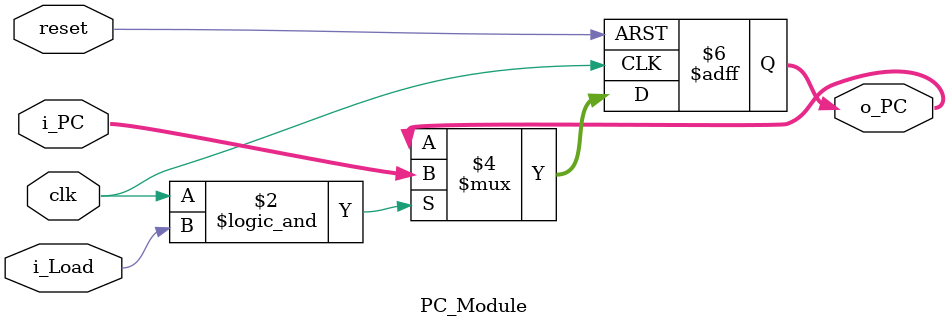
<source format=sv>
module PC_Module (
    clk, 
    reset,
    i_Load, 
    i_PC,
    o_PC
    );

    parameter DATA_WIDTH = 27;
    
    input clk;
    input reset;
    input i_Load;
    input [DATA_WIDTH - 1:0] i_PC;

    output reg [DATA_WIDTH - 1:0] o_PC;

    always @(posedge clk, posedge reset) begin
        if (reset) 
            o_PC <= 27'b0;

        else if (clk && i_Load) 
            o_PC <= i_PC;

        else 
            o_PC <= o_PC;
    end

endmodule
</source>
